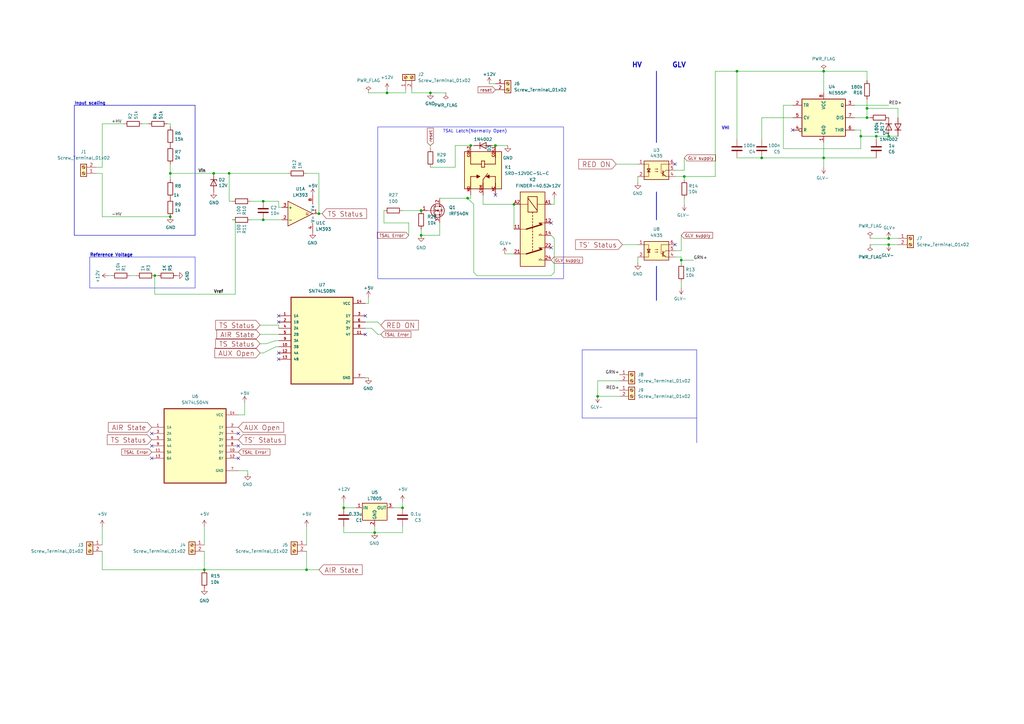
<source format=kicad_sch>
(kicad_sch (version 20230121) (generator eeschema)
  (paper "A3")
  (title_block (title "TSAL V4") (rev "3.1") (company "Phoenix Racing") (comment 1 "Shrey Shalan"))
  (lib_symbols
    (symbol "Comparator:LM393" (pin_names (offset 0.127))
      (property "Reference" "U" (at 3.81 3.81 0))
      (property "Value" "LM393" (at 6.35 -3.81 0))
      (symbol "LM393_1_1"
        (pin open_collector line (at 7.62 0 180) (length 2.54) (name "~") (number "1"))
        (pin input line (at -7.62 -2.54 0) (length 2.54) (name "-") (number "2"))
        (pin input line (at -7.62 2.54 0) (length 2.54) (name "+") (number "3"))
      )
      (symbol "LM393_2_1"
        (pin input line (at -7.62 2.54 0) (length 2.54) (name "+") (number "5"))
        (pin input line (at -7.62 -2.54 0) (length 2.54) (name "-") (number "6"))
        (pin open_collector line (at 7.62 0 180) (length 2.54) (name "~") (number "7"))
      )
      (symbol "LM393_3_1"
        (pin power_in line (at -2.54 -7.62 90) (length 3.81) (name "V-") (number "4"))
        (pin power_in line (at -2.54 7.62 270) (length 3.81) (name "V+") (number "8"))
      )
    )
    (symbol "Connector:Screw_Terminal_01x02" (pin_names (offset 1.016) hide)
      (property "Reference" "J" (at 0 2.54 0))
      (property "Value" "Screw_Terminal_01x02" (at 0 -5.08 0))
      (symbol "Screw_Terminal_01x02_1_1"
        (pin passive line (at -5.08 0 0) (length 3.81) (name "Pin_1") (number "1"))
        (pin passive line (at -5.08 -2.54 0) (length 3.81) (name "Pin_2") (number "2"))
      )
    )
    (symbol "Device:C" (pin_numbers hide) (pin_names (offset 0.254))
      (property "Reference" "C" (at 0.635 2.54 0))
      (property "Value" "C" (at 0.635 -2.54 0))
      (symbol "C_1_1"
        (pin passive line (at 0 3.81 270) (length 2.794) (name "~") (number "1"))
        (pin passive line (at 0 -3.81 90) (length 2.794) (name "~") (number "2"))
      )
    )
    (symbol "Device:D_Zener" (pin_numbers hide) (pin_names (offset 1.016) hide)
      (property "Reference" "D" (at 0 2.54 0))
      (property "Value" "D_Zener" (at 0 -2.54 0))
      (symbol "D_Zener_1_1"
        (pin passive line (at -3.81 0 0) (length 2.54) (name "K") (number "1"))
        (pin passive line (at 3.81 0 180) (length 2.54) (name "A") (number "2"))
      )
    )
    (symbol "Device:R" (pin_numbers hide) (pin_names (offset 0))
      (property "Reference" "R" (at 2.032 0 90))
      (property "Value" "R" (at 0 0 90))
      (symbol "R_1_1"
        (pin passive line (at 0 3.81 270) (length 1.27) (name "~") (number "1"))
        (pin passive line (at 0 -3.81 90) (length 1.27) (name "~") (number "2"))
      )
    )
    (symbol "Diode:1N4002" (pin_numbers hide) (pin_names hide)
      (property "Reference" "D" (at 0 2.54 0))
      (property "Value" "1N4002" (at 0 -2.54 0))
      (symbol "1N4002_1_1"
        (pin passive line (at -3.81 0 0) (length 2.54) (name "K") (number "1"))
        (pin passive line (at 3.81 0 180) (length 2.54) (name "A") (number "2"))
      )
    )
    (symbol "Isolator:4N35" (pin_names (offset 1.016))
      (property "Reference" "U" (at -5.08 5.08 0))
      (property "Value" "4N35" (at 0 5.08 0))
      (symbol "4N35_1_1"
        (pin passive line (at -7.62 2.54 0) (length 2.54) (name "~") (number "1"))
        (pin passive line (at -7.62 -2.54 0) (length 2.54) (name "~") (number "2"))
        (pin no_connect line (at -5.08 0 0) (length 2.54) hide (name "NC") (number "3"))
        (pin passive line (at 7.62 -2.54 180) (length 2.54) (name "~") (number "4"))
        (pin passive line (at 7.62 0 180) (length 2.54) (name "~") (number "5"))
        (pin passive line (at 7.62 2.54 180) (length 2.54) (name "~") (number "6"))
      )
    )
    (symbol "Regulator_Linear:L7805" (pin_names (offset 0.254))
      (property "Reference" "U" (at -3.81 3.175 0))
      (property "Value" "L7805" (at 0 3.175 0))
      (symbol "L7805_1_1"
        (pin power_in line (at -7.62 0 0) (length 2.54) (name "IN") (number "1"))
        (pin power_in line (at 0 -7.62 90) (length 2.54) (name "GND") (number "2"))
        (pin power_out line (at 7.62 0 180) (length 2.54) (name "OUT") (number "3"))
      )
    )
    (symbol "Relay:FINDER-40.52"
      (property "Reference" "K" (at 16.51 3.81 0))
      (property "Value" "FINDER-40.52" (at 16.51 1.27 0))
      (symbol "FINDER-40.52_1_1"
        (pin passive line (at 0 -7.62 90) (length 2.54) (name "~") (number "11"))
        (pin passive line (at -2.54 7.62 270) (length 2.54) (name "~") (number "12"))
        (pin passive line (at 2.54 7.62 270) (length 2.54) (name "~") (number "14"))
        (pin passive line (at 10.16 -7.62 90) (length 2.54) (name "~") (number "21"))
        (pin passive line (at 7.62 7.62 270) (length 2.54) (name "~") (number "22"))
        (pin passive line (at 12.7 7.62 270) (length 2.54) (name "~") (number "24"))
        (pin passive line (at -10.16 7.62 270) (length 2.54) (name "~") (number "A1"))
        (pin passive line (at -10.16 -7.62 90) (length 2.54) (name "~") (number "A2"))
      )
    )
    (symbol "SN74LS04N:SN74LS04N" (pin_names (offset 1.016))
      (property "Reference" "U" (at -12.7 16.24 0))
      (property "Value" "SN74LS04N" (at -12.7 -19.24 0))
      (symbol "SN74LS04N_0_0"
        (pin input line (at -17.78 7.62 0) (length 5.08) (name "1A") (number "1"))
        (pin output line (at 17.78 -2.54 180) (length 5.08) (name "5Y") (number "10"))
        (pin input line (at -17.78 -2.54 0) (length 5.08) (name "5A") (number "11"))
        (pin output line (at 17.78 -5.08 180) (length 5.08) (name "6Y") (number "12"))
        (pin input line (at -17.78 -5.08 0) (length 5.08) (name "6A") (number "13"))
        (pin power_in line (at 17.78 12.7 180) (length 5.08) (name "VCC") (number "14"))
        (pin output line (at 17.78 7.62 180) (length 5.08) (name "1Y") (number "2"))
        (pin input line (at -17.78 5.08 0) (length 5.08) (name "2A") (number "3"))
        (pin output line (at 17.78 5.08 180) (length 5.08) (name "2Y") (number "4"))
        (pin input line (at -17.78 2.54 0) (length 5.08) (name "3A") (number "5"))
        (pin output line (at 17.78 2.54 180) (length 5.08) (name "3Y") (number "6"))
        (pin power_in line (at 17.78 -10.16 180) (length 5.08) (name "GND") (number "7"))
        (pin output line (at 17.78 0 180) (length 5.08) (name "4Y") (number "8"))
        (pin input line (at -17.78 0 0) (length 5.08) (name "4A") (number "9"))
      )
    )
    (symbol "SN74LS08:SN74LS08N" (pin_names (offset 1.016))
      (property "Reference" "U" (at -12.7 18.78 0))
      (property "Value" "SN74LS08N" (at -12.7 -21.78 0))
      (symbol "SN74LS08N_0_0"
        (pin input line (at -17.78 10.16 0) (length 5.08) (name "1A") (number "1"))
        (pin input line (at -17.78 -2.54 0) (length 5.08) (name "3B") (number "10"))
        (pin output line (at 17.78 2.54 180) (length 5.08) (name "4Y") (number "11"))
        (pin input line (at -17.78 -5.08 0) (length 5.08) (name "4A") (number "12"))
        (pin input line (at -17.78 -7.62 0) (length 5.08) (name "4B") (number "13"))
        (pin power_in line (at 17.78 15.24 180) (length 5.08) (name "VCC") (number "14"))
        (pin input line (at -17.78 7.62 0) (length 5.08) (name "1B") (number "2"))
        (pin output line (at 17.78 10.16 180) (length 5.08) (name "1Y") (number "3"))
        (pin input line (at -17.78 5.08 0) (length 5.08) (name "2A") (number "4"))
        (pin input line (at -17.78 2.54 0) (length 5.08) (name "2B") (number "5"))
        (pin output line (at 17.78 7.62 180) (length 5.08) (name "2Y") (number "6"))
        (pin power_in line (at 17.78 -15.24 180) (length 5.08) (name "GND") (number "7"))
        (pin output line (at 17.78 5.08 180) (length 5.08) (name "3Y") (number "8"))
        (pin input line (at -17.78 0 0) (length 5.08) (name "3A") (number "9"))
      )
    )
    (symbol "SRD-12VDC-SL-C:SRD-12VDC-SL-C" (pin_names (offset 1.016))
      (property "Reference" "K" (at -7.62 8.89 0))
      (property "Value" "SRD-12VDC-SL-C" (at -7.62 -10.16 0))
      (symbol "SRD-12VDC-SL-C_0_0"
        (pin passive line (at -10.16 5.08 0) (length 5.08) (name "~") (number "COIL1"))
        (pin passive line (at -10.16 -5.08 0) (length 5.08) (name "~") (number "COIL2"))
        (pin passive line (at 10.16 0 180) (length 5.08) (name "~") (number "COM"))
        (pin passive line (at 10.16 5.08 180) (length 5.08) (name "~") (number "NC"))
        (pin passive line (at 10.16 -5.08 180) (length 5.08) (name "~") (number "NO"))
      )
    )
    (symbol "Timer:NE555P"
      (property "Reference" "U" (at -10.16 8.89 0))
      (property "Value" "NE555P" (at 2.54 8.89 0))
      (symbol "NE555P_0_0"
        (pin power_in line (at 0 -10.16 90) (length 2.54) (name "GND") (number "1"))
        (pin power_in line (at 0 10.16 270) (length 2.54) (name "VCC") (number "8"))
      )
      (symbol "NE555P_1_1"
        (pin input line (at -12.7 5.08 0) (length 3.81) (name "TR") (number "2"))
        (pin output line (at 12.7 5.08 180) (length 3.81) (name "Q") (number "3"))
        (pin input inverted (at -12.7 -5.08 0) (length 3.81) (name "R") (number "4"))
        (pin input line (at -12.7 0 0) (length 3.81) (name "CV") (number "5"))
        (pin input line (at 12.7 -5.08 180) (length 3.81) (name "THR") (number "6"))
        (pin input line (at 12.7 0 180) (length 3.81) (name "DIS") (number "7"))
      )
    )
    (symbol "Transistor_FET:IRF540N" (pin_names hide)
      (property "Reference" "Q" (at 6.35 1.905 0))
      (property "Value" "IRF540N" (at 6.35 0 0))
      (symbol "IRF540N_1_1"
        (pin input line (at -5.08 0 0) (length 2.54) (name "G") (number "1"))
        (pin passive line (at 2.54 5.08 270) (length 2.54) (name "D") (number "2"))
        (pin passive line (at 2.54 -5.08 90) (length 2.54) (name "S") (number "3"))
      )
    )
    (symbol "power-symbol-library:GLV+" (power) (pin_names (offset 0))
      (property "Value" "GLV+" (at 0 3.81 0))
      (symbol "GLV+_1_1"
        (pin power_in line (at 0 0 90) (length 0) hide (name "GLV+") (number "1"))
      )
    )
    (symbol "power-symbol-library:GLV-" (power) (pin_names (offset 0))
      (property "Value" "GLV-" (at 0 3.81 0))
      (symbol "GLV-_1_1"
        (pin power_in line (at 0 0 90) (length 0) hide (name "GLV-") (number "1"))
      )
    )
    (symbol "power:+12V" (power) (pin_names (offset 0))
      (property "Value" "+12V" (at 0 3.556 0))
      (symbol "+12V_1_1"
        (pin power_in line (at 0 0 90) (length 0) hide (name "+12V") (number "1"))
      )
    )
    (symbol "power:+5V" (power) (pin_names (offset 0))
      (property "Value" "+5V" (at 0 3.556 0))
      (symbol "+5V_1_1"
        (pin power_in line (at 0 0 90) (length 0) hide (name "+5V") (number "1"))
      )
    )
    (symbol "power:GND" (power) (pin_names (offset 0))
      (property "Value" "GND" (at 0 -3.81 0))
      (symbol "GND_1_1"
        (pin power_in line (at 0 0 270) (length 0) hide (name "GND") (number "1"))
      )
    )
    (symbol "power:PWR_FLAG" (power) (pin_numbers hide) (pin_names (offset 0) hide)
      (property "Value" "PWR_FLAG" (at 0 3.81 0))
      (symbol "PWR_FLAG_0_0"
        (pin power_out line (at 0 0 90) (length 0) (name "pwr") (number "1"))
      )
    )
  )
  (junction (at 172.72 96.52))
  (junction (at 87.63 71.12))
  (junction (at 364.49 97.79))
  (junction (at 337.82 64.77))
  (junction (at 107.95 90.17))
  (junction (at 279.4 106.68))
  (junction (at 165.1 208.28))
  (junction (at 63.5 113.03))
  (junction (at 140.97 208.28))
  (junction (at 280.67 72.39))
  (junction (at 125.73 233.68))
  (junction (at 69.85 88.9))
  (junction (at 364.49 55.88))
  (junction (at 302.26 29.21))
  (junction (at 193.04 59.69))
  (junction (at 158.75 38.1))
  (junction (at 130.81 87.63))
  (junction (at 172.72 86.36))
  (junction (at 93.98 71.12))
  (junction (at 245.11 162.56))
  (junction (at 359.41 55.88))
  (junction (at 191.77 81.28))
  (junction (at 203.2 59.69))
  (junction (at 176.53 38.1))
  (junction (at 355.6 44.45))
  (junction (at 337.82 29.21))
  (junction (at 153.67 218.44))
  (junction (at 69.85 71.12))
  (junction (at 107.95 82.55))
  (junction (at 355.6 48.26))
  (junction (at 353.06 55.88))
  (junction (at 312.42 64.77))
  (junction (at 364.49 100.33))
  (junction (at 210.82 83.82))
  (junction (at 83.82 233.68))
  (no_connect (at 97.79 187.96))
  (no_connect (at 149.86 129.54))
  (no_connect (at 114.3 132.08))
  (no_connect (at 325.12 53.34))
  (no_connect (at 62.23 182.88))
  (no_connect (at 226.06 101.6))
  (no_connect (at 114.3 129.54))
  (no_connect (at 226.06 91.44))
  (no_connect (at 62.23 177.8))
  (no_connect (at 97.79 177.8))
  (no_connect (at 276.86 67.31))
  (no_connect (at 276.86 100.33))
  (no_connect (at 114.3 147.32))
  (no_connect (at 114.3 144.78))
  (no_connect (at 149.86 137.16))
  (no_connect (at 203.2 80.01))
  (no_connect (at 97.79 182.88))
  (no_connect (at 62.23 187.96))
  (wire (pts (xy 280.67 72.39) (xy 276.86 72.39)))
  (wire (pts (xy 114.3 133.35) (xy 114.3 134.62)))
  (wire (pts (xy 325.12 43.18) (xy 321.31 43.18)))
  (wire (pts (xy 158.75 36.83) (xy 158.75 38.1)))
  (wire (pts (xy 353.06 55.88) (xy 359.41 55.88)))
  (wire (pts (xy 172.72 93.98) (xy 172.72 96.52)))
  (wire (pts (xy 325.12 48.26) (xy 312.42 48.26)))
  (wire (pts (xy 227.33 83.82) (xy 226.06 83.82)))
  (wire (pts (xy 97.79 170.18) (xy 100.33 170.18)))
  (wire (pts (xy 172.72 96.52) (xy 180.34 96.52)))
  (wire (pts (xy 140.97 218.44) (xy 153.67 218.44)))
  (wire (pts (xy 93.98 71.12) (xy 118.11 71.12)))
  (wire (pts (xy 279.4 105.41) (xy 279.4 106.68)))
  (wire (pts (xy 154.94 137.16) (xy 156.21 137.16)))
  (wire (pts (xy 63.5 120.65) (xy 96.52 120.65)))
  (wire (pts (xy 130.81 87.63) (xy 132.08 87.63)))
  (wire (pts (xy 41.91 71.12) (xy 41.91 88.9)))
  (wire (pts (xy 194.31 111.76) (xy 194.31 83.82)))
  (wire (pts (xy 83.82 223.52) (xy 83.82 215.9)))
  (wire (pts (xy 353.06 55.88) (xy 353.06 53.34)))
  (wire (pts (xy 53.34 113.03) (xy 55.88 113.03)))
  (wire (pts (xy 355.6 29.21) (xy 355.6 33.02)))
  (wire (pts (xy 149.86 134.62) (xy 152.4 134.62)))
  (wire (pts (xy 279.4 118.11) (xy 279.4 115.57)))
  (wire (pts (xy 95.25 90.17) (xy 96.52 90.17)))
  (wire (pts (xy 186.69 59.69) (xy 186.69 68.58)))
  (wire (pts (xy 102.87 90.17) (xy 107.95 90.17)))
  (wire (pts (xy 165.1 215.9) (xy 165.1 218.44)))
  (wire (pts (xy 261.62 105.41) (xy 261.62 107.95)))
  (wire (pts (xy 321.31 43.18) (xy 321.31 60.96)))
  (wire (pts (xy 69.85 67.31) (xy 69.85 71.12)))
  (wire (pts (xy 107.95 82.55) (xy 102.87 82.55)))
  (wire (pts (xy 280.67 64.77) (xy 280.67 69.85)))
  (wire (pts (xy 293.37 29.21) (xy 293.37 72.39)))
  (wire (pts (xy 168.91 38.1) (xy 176.53 38.1)))
  (wire (pts (xy 176.53 59.69) (xy 176.53 60.96)))
  (wire (pts (xy 279.4 106.68) (xy 284.48 106.68)))
  (wire (pts (xy 198.12 83.82) (xy 210.82 83.82)))
  (wire (pts (xy 194.31 83.82) (xy 191.77 81.28)))
  (polyline (pts (xy 36.83 105.41) (xy 36.83 118.11)))
  (wire (pts (xy 280.67 72.39) (xy 280.67 73.66)))
  (wire (pts (xy 280.67 72.39) (xy 293.37 72.39)))
  (wire (pts (xy 186.69 59.69) (xy 193.04 59.69)))
  (wire (pts (xy 63.5 113.03) (xy 63.5 120.65)))
  (wire (pts (xy 157.48 86.36) (xy 157.48 91.44)))
  (polyline (pts (xy 80.01 118.11) (xy 80.01 105.41)))
  (wire (pts (xy 276.86 69.85) (xy 280.67 69.85)))
  (wire (pts (xy 355.6 44.45) (xy 355.6 48.26)))
  (polyline (pts (xy 238.76 171.45) (xy 238.76 143.51)))
  (wire (pts (xy 68.58 50.8) (xy 69.85 50.8)))
  (wire (pts (xy 203.2 59.69) (xy 208.28 59.69)))
  (wire (pts (xy 279.4 96.52) (xy 279.4 102.87)))
  (wire (pts (xy 165.1 205.74) (xy 165.1 208.28)))
  (wire (pts (xy 153.67 218.44) (xy 165.1 218.44)))
  (wire (pts (xy 364.49 97.79) (xy 368.3 97.79)))
  (wire (pts (xy 83.82 233.68) (xy 125.73 233.68)))
  (polyline (pts (xy 36.83 118.11) (xy 80.01 118.11)))
  (wire (pts (xy 153.67 215.9) (xy 153.67 218.44)))
  (wire (pts (xy 321.31 60.96) (xy 353.06 60.96)))
  (wire (pts (xy 106.68 137.16) (xy 114.3 137.16)))
  (wire (pts (xy 368.3 44.45) (xy 368.3 48.26)))
  (wire (pts (xy 39.37 71.12) (xy 41.91 71.12)))
  (wire (pts (xy 359.41 64.77) (xy 337.82 64.77)))
  (wire (pts (xy 180.34 91.44) (xy 180.34 96.52)))
  (wire (pts (xy 106.68 140.97) (xy 109.22 140.97)))
  (polyline (pts (xy 285.75 143.51) (xy 285.75 181.61)))
  (wire (pts (xy 140.97 208.28) (xy 146.05 208.28)))
  (wire (pts (xy 245.11 156.21) (xy 254 156.21)))
  (wire (pts (xy 58.42 50.8) (xy 60.96 50.8)))
  (polyline (pts (xy 269.24 29.21) (xy 269.24 58.42)) (stroke (width 0.3048)))
  (wire (pts (xy 193.04 59.69) (xy 194.31 59.69)))
  (wire (pts (xy 168.91 36.83) (xy 168.91 38.1)))
  (polyline (pts (xy 285.75 143.51) (xy 238.76 143.51)))
  (wire (pts (xy 101.6 193.04) (xy 101.6 194.31)))
  (wire (pts (xy 149.86 154.94) (xy 151.13 154.94)))
  (wire (pts (xy 176.53 68.58) (xy 186.69 68.58)))
  (wire (pts (xy 87.63 71.12) (xy 93.98 71.12)))
  (wire (pts (xy 158.75 38.1) (xy 166.37 38.1)))
  (wire (pts (xy 83.82 226.06) (xy 83.82 233.68)))
  (wire (pts (xy 161.29 208.28) (xy 165.1 208.28)))
  (wire (pts (xy 166.37 36.83) (xy 166.37 38.1)))
  (wire (pts (xy 355.6 40.64) (xy 355.6 44.45)))
  (wire (pts (xy 39.37 68.58) (xy 41.91 68.58)))
  (wire (pts (xy 353.06 60.96) (xy 353.06 55.88)))
  (polyline (pts (xy 80.01 96.52) (xy 30.48 96.52)) (stroke (width 0.2032)))
  (polyline (pts (xy 30.48 96.52) (xy 30.48 43.18)) (stroke (width 0.2032)))
  (polyline (pts (xy 269.24 78.74) (xy 269.24 90.17)) (stroke (width 0.3048)))
  (wire (pts (xy 261.62 72.39) (xy 261.62 74.93)))
  (wire (pts (xy 41.91 50.8) (xy 50.8 50.8)))
  (wire (pts (xy 176.53 38.1) (xy 182.88 38.1)))
  (wire (pts (xy 359.41 55.88) (xy 359.41 57.15)))
  (wire (pts (xy 276.86 105.41) (xy 279.4 105.41)))
  (wire (pts (xy 151.13 38.1) (xy 158.75 38.1)))
  (wire (pts (xy 350.52 43.18) (xy 364.49 43.18)))
  (wire (pts (xy 356.87 100.33) (xy 364.49 100.33)))
  (wire (pts (xy 152.4 134.62) (xy 154.94 137.16)))
  (wire (pts (xy 227.33 97.79) (xy 227.33 111.76)))
  (wire (pts (xy 41.91 226.06) (xy 41.91 233.68)))
  (wire (pts (xy 312.42 64.77) (xy 337.82 64.77)))
  (wire (pts (xy 356.87 97.79) (xy 364.49 97.79)))
  (polyline (pts (xy 30.48 43.18) (xy 80.01 43.18)) (stroke (width 0.2032)))
  (wire (pts (xy 125.73 226.06) (xy 125.73 233.68)))
  (wire (pts (xy 69.85 71.12) (xy 87.63 71.12)))
  (wire (pts (xy 93.98 82.55) (xy 95.25 82.55)))
  (wire (pts (xy 154.94 132.08) (xy 156.21 133.35)))
  (wire (pts (xy 337.82 29.21) (xy 355.6 29.21)))
  (wire (pts (xy 69.85 71.12) (xy 69.85 73.66)))
  (wire (pts (xy 255.27 100.33) (xy 261.62 100.33)))
  (wire (pts (xy 180.34 81.28) (xy 191.77 81.28)))
  (wire (pts (xy 93.98 71.12) (xy 93.98 82.55)))
  (wire (pts (xy 227.33 81.28) (xy 227.33 83.82)))
  (wire (pts (xy 191.77 81.28) (xy 193.04 81.28)))
  (wire (pts (xy 149.86 132.08) (xy 154.94 132.08)))
  (wire (pts (xy 302.26 57.15) (xy 302.26 29.21)))
  (wire (pts (xy 96.52 90.17) (xy 96.52 120.65)))
  (wire (pts (xy 114.3 82.55) (xy 107.95 82.55)))
  (wire (pts (xy 337.82 64.77) (xy 337.82 68.58)))
  (wire (pts (xy 64.77 113.03) (xy 63.5 113.03)))
  (wire (pts (xy 140.97 215.9) (xy 140.97 218.44)))
  (wire (pts (xy 41.91 223.52) (xy 41.91 215.9)))
  (wire (pts (xy 245.11 162.56) (xy 254 162.56)))
  (wire (pts (xy 355.6 48.26) (xy 356.87 48.26)))
  (wire (pts (xy 252.73 67.31) (xy 261.62 67.31)))
  (wire (pts (xy 41.91 233.68) (xy 83.82 233.68)))
  (wire (pts (xy 114.3 139.7) (xy 113.03 139.7)))
  (polyline (pts (xy 269.24 109.22) (xy 269.24 123.19)) (stroke (width 0.3048)))
  (wire (pts (xy 293.37 29.21) (xy 302.26 29.21)))
  (wire (pts (xy 355.6 44.45) (xy 368.3 44.45)))
  (wire (pts (xy 280.67 83.82) (xy 280.67 81.28)))
  (wire (pts (xy 245.11 156.21) (xy 245.11 162.56)))
  (wire (pts (xy 113.03 142.24) (xy 107.95 144.78)))
  (wire (pts (xy 114.3 142.24) (xy 113.03 142.24)))
  (polyline (pts (xy 80.01 43.18) (xy 80.01 96.52)) (stroke (width 0.2032)))
  (wire (pts (xy 45.72 113.03) (xy 44.45 113.03)))
  (wire (pts (xy 140.97 205.74) (xy 140.97 208.28)))
  (wire (pts (xy 115.57 85.09) (xy 114.3 85.09)))
  (wire (pts (xy 302.26 29.21) (xy 337.82 29.21)))
  (wire (pts (xy 125.73 233.68) (xy 130.81 233.68)))
  (wire (pts (xy 207.01 104.14) (xy 210.82 104.14)))
  (wire (pts (xy 106.68 133.35) (xy 114.3 133.35)))
  (wire (pts (xy 41.91 88.9) (xy 69.85 88.9)))
  (wire (pts (xy 151.13 121.92) (xy 151.13 124.46)))
  (wire (pts (xy 149.86 124.46) (xy 151.13 124.46)))
  (wire (pts (xy 195.58 113.03) (xy 194.31 111.76)))
  (wire (pts (xy 226.06 96.52) (xy 227.33 97.79)))
  (wire (pts (xy 130.81 87.63) (xy 130.81 71.12)))
  (wire (pts (xy 113.03 139.7) (xy 109.22 140.97)))
  (wire (pts (xy 106.68 144.78) (xy 107.95 144.78)))
  (wire (pts (xy 200.66 34.29) (xy 203.2 34.29)))
  (wire (pts (xy 337.82 64.77) (xy 337.82 58.42)))
  (polyline (pts (xy 80.01 105.41) (xy 36.83 105.41)))
  (wire (pts (xy 276.86 102.87) (xy 279.4 102.87)))
  (wire (pts (xy 210.82 83.82) (xy 210.82 93.98)))
  (wire (pts (xy 312.42 48.26) (xy 312.42 57.15)))
  (wire (pts (xy 125.73 71.12) (xy 130.81 71.12)))
  (wire (pts (xy 198.12 80.01) (xy 198.12 83.82)))
  (wire (pts (xy 69.85 50.8) (xy 69.85 52.07)))
  (wire (pts (xy 302.26 64.77) (xy 312.42 64.77)))
  (wire (pts (xy 226.06 113.03) (xy 195.58 113.03)))
  (wire (pts (xy 167.64 91.44) (xy 167.64 96.52)))
  (wire (pts (xy 350.52 48.26) (xy 355.6 48.26)))
  (wire (pts (xy 114.3 85.09) (xy 114.3 82.55)))
  (wire (pts (xy 353.06 53.34) (xy 350.52 53.34)))
  (wire (pts (xy 97.79 193.04) (xy 101.6 193.04)))
  (wire (pts (xy 193.04 80.01) (xy 193.04 81.28)))
  (wire (pts (xy 157.48 91.44) (xy 167.64 91.44)))
  (wire (pts (xy 125.73 223.52) (xy 125.73 215.9)))
  (wire (pts (xy 41.91 68.58) (xy 41.91 50.8)))
  (wire (pts (xy 100.33 170.18) (xy 100.33 165.1)))
  (wire (pts (xy 337.82 29.21) (xy 337.82 38.1)))
  (wire (pts (xy 279.4 106.68) (xy 279.4 107.95)))
  (polyline (pts (xy 285.75 171.45) (xy 238.76 171.45)))
  (wire (pts (xy 364.49 55.88) (xy 368.3 55.88)))
  (wire (pts (xy 165.1 86.36) (xy 172.72 86.36)))
  (wire (pts (xy 107.95 90.17) (xy 115.57 90.17)))
  (wire (pts (xy 364.49 100.33) (xy 368.3 100.33)))
  (wire (pts (xy 227.33 111.76) (xy 226.06 113.03)))
  (wire (pts (xy 359.41 55.88) (xy 364.49 55.88)))
  (wire (pts (xy 201.93 59.69) (xy 203.2 59.69)))
  (rectangle (start 154.94 52.07) (end 231.14 114.3))
  (arc (start 151.13 161.29) (mid 151.13 161.29) (end 151.13 161.29))
  (arc (start 153.67 220.98) (mid 153.67 220.98) (end 153.67 220.98))
  (text "Reference Voltage" (at 36.83 105.41 0) (effects (font (size 1.27 1.27) (thickness 0.254) bold) (justify left bottom)))
  (text "Input scaling" (at 30.48 43.18 0) (effects (font (size 1.27 1.27) (thickness 0.254) bold) (justify left bottom)))
  (text "HV" (at 259.08 27.94 0) (effects (font (size 2.0066 2.0066) (thickness 0.4013) bold) (justify left bottom)))
  (text "VHI" (at 295.91 53.34 0) (effects (font (size 1.27 1.27) (thickness 0.254) bold) (justify left bottom)))
  (text "TSAL Latch(Normally Open)" (at 181.61 54.61 0) (effects (font (size 1.27 1.27)) (justify left bottom)))
  (text "GLV" (at 275.59 27.94 0) (effects (font (size 2.0066 2.0066) (thickness 0.4013) bold) (justify left bottom)))
  (label "-HV" (at 45.72 88.9 0))
  (label "Vref" (at 87.63 120.65 0) (effects (font (thickness 0.254) bold)))
  (label "GRN+" (at 254 153.67 180))
  (label "Vin" (at 81.28 71.12 0) (effects (font (thickness 0.254) bold)))
  (label "GRN+" (at 284.48 106.68 0))
  (label "+HV" (at 45.72 50.8 0))
  (label "RED+" (at 364.49 43.18 0))
  (label "RED+" (at 254 160.02 180))
  (global_label "TS' Status" (shape input) (at 255.27 100.33 180) (effects (font (size 2.0066 2.0066))) (property "Intersheetrefs" "${INTERSHEET_REFS}" (effects hide)))
  (global_label "TS' Status" (shape input) (at 97.79 180.34 0) (effects (font (size 2.0066 2.0066))) (property "Intersheetrefs" "${INTERSHEET_REFS}" (effects hide)))
  (global_label "RED ON" (shape input) (at 252.73 67.31 180) (effects (font (size 2.0066 2.0066))) (property "Intersheetrefs" "${INTERSHEET_REFS}" (effects hide)))
  (global_label "TSAL Error" (shape input) (at 156.21 137.16 0) (property "Intersheetrefs" "${INTERSHEET_REFS}" (effects hide)))
  (global_label "AIR State" (shape input) (at 62.23 175.26 180) (effects (font (size 2.0066 2.0066))) (property "Intersheetrefs" "${INTERSHEET_REFS}" (effects hide)))
  (global_label "reset" (shape input) (at 176.53 59.69 90) (property "Intersheetrefs" "${INTERSHEET_REFS}" (effects hide)))
  (global_label "TSAL Error'" (shape input) (at 167.64 96.52 180) (property "Intersheetrefs" "${INTERSHEET_REFS}" (effects hide)))
  (global_label "GLV supply" (shape input) (at 226.06 106.68 0) (property "Intersheetrefs" "${INTERSHEET_REFS}" (effects hide)))
  (global_label "GLV supply" (shape input) (at 279.4 96.52 0) (property "Intersheetrefs" "${INTERSHEET_REFS}" (effects hide)))
  (global_label "TSAL Error" (shape input) (at 62.23 185.42 180) (property "Intersheetrefs" "${INTERSHEET_REFS}" (effects hide)))
  (global_label "RED ON" (shape input) (at 156.21 133.35 0) (effects (font (size 2.0066 2.0066))) (property "Intersheetrefs" "${INTERSHEET_REFS}" (effects hide)))
  (global_label "reset" (shape input) (at 203.2 36.83 180) (property "Intersheetrefs" "${INTERSHEET_REFS}" (effects hide)))
  (global_label "AUX Open" (shape input) (at 97.79 175.26 0) (effects (font (size 2.0066 2.0066))) (property "Intersheetrefs" "${INTERSHEET_REFS}" (effects hide)))
  (global_label "TS Status" (shape input) (at 62.23 180.34 180) (effects (font (size 2.0066 2.0066))) (property "Intersheetrefs" "${INTERSHEET_REFS}" (effects hide)))
  (global_label "TS Status" (shape input) (at 132.08 87.63 0) (effects (font (size 2.0066 2.0066))) (property "Intersheetrefs" "${INTERSHEET_REFS}" (effects hide)))
  (global_label "TS Status" (shape input) (at 106.68 140.97 180) (effects (font (size 2.0066 2.0066))) (property "Intersheetrefs" "${INTERSHEET_REFS}" (effects hide)))
  (global_label "AUX Open" (shape input) (at 106.68 144.78 180) (effects (font (size 2.0066 2.0066))) (property "Intersheetrefs" "${INTERSHEET_REFS}" (effects hide)))
  (global_label "TS Status" (shape input) (at 106.68 133.35 180) (effects (font (size 2.0066 2.0066))) (property "Intersheetrefs" "${INTERSHEET_REFS}" (effects hide)))
  (global_label "GLV supply" (shape input) (at 280.67 64.77 0) (property "Intersheetrefs" "${INTERSHEET_REFS}" (effects hide)))
  (global_label "AIR State" (shape input) (at 130.81 233.68 0) (effects (font (size 2.0066 2.0066))) (property "Intersheetrefs" "${INTERSHEET_REFS}" (effects hide)))
  (global_label "TSAL Error'" (shape input) (at 97.79 185.42 0) (property "Intersheetrefs" "${INTERSHEET_REFS}" (effects hide)))
  (global_label "AIR State" (shape input) (at 106.68 137.16 180) (effects (font (size 2.0066 2.0066))) (property "Intersheetrefs" "${INTERSHEET_REFS}" (effects hide)))
  (symbol (lib_id "Device:R") (at 69.85 63.5 0) (unit 1)
    (property "Reference" "R7" (at 71.628 62.3316 0) (effects (justify left)))
    (property "Value" "2k" (at 71.628 64.643 0) (effects (justify left)))
    (property "Footprint" "Resistor_THT:R_Axial_DIN0207_L6.3mm_D2.5mm_P10.16mm_Horizontal" (effects hide))
  )
  (symbol (lib_id "Device:R") (at 69.85 77.47 0) (unit 1)
    (property "Reference" "R8" (at 71.628 76.3016 0) (effects (justify left)))
    (property "Value" "1k" (at 71.12 80.01 0) (effects (justify left)))
    (property "Footprint" "Resistor_THT:R_Axial_DIN0207_L6.3mm_D2.5mm_P10.16mm_Horizontal" (effects hide))
  )
  (symbol (lib_id "Device:R") (at 99.06 90.17 270) (unit 1)
    (property "Reference" "R11" (at 100.2284 91.948 0) (effects (justify left)))
    (property "Value" "100" (at 97.917 91.948 0) (effects (justify left)))
    (property "Footprint" "Resistor_THT:R_Axial_DIN0207_L6.3mm_D2.5mm_P10.16mm_Horizontal" (effects hide))
  )
  (symbol (lib_id "Device:C") (at 107.95 86.36 0) (unit 1)
    (property "Reference" "C2" (at 110.871 85.1916 0) (effects (justify left)))
    (property "Value" "10n" (at 110.871 87.503 0) (effects (justify left)))
    (property "Footprint" "Capacitor_THT:C_Disc_D3.0mm_W1.6mm_P2.50mm" (effects hide))
  )
  (symbol (lib_id "Device:R") (at 99.06 82.55 270) (unit 1)
    (property "Reference" "R10" (at 100.2284 84.328 0) (effects (justify left)))
    (property "Value" "100" (at 97.917 84.328 0) (effects (justify left)))
    (property "Footprint" "Resistor_THT:R_Axial_DIN0207_L6.3mm_D2.5mm_P10.16mm_Horizontal" (effects hide))
  )
  (symbol (lib_id "Device:D_Zener") (at 87.63 74.93 270) (unit 1)
    (property "Reference" "D2" (at 89.6366 73.7616 90) (effects (justify left)))
    (property "Value" "12V" (at 89.6366 76.073 90) (effects (justify left)))
    (property "Footprint" "Diode_THT:D_DO-35_SOD27_P7.62mm_Horizontal" (effects hide))
  )
  (symbol (lib_id "power:GND") (at 87.63 78.74 0) (unit 1)
    (property "Reference" "#PWR09" (effects hide))
    (property "Value" "GND" (at 87.757 83.1342 0))
  )
  (symbol (lib_id "Device:R") (at 69.85 85.09 0) (unit 1)
    (property "Reference" "R9" (at 71.628 83.9216 0) (effects (justify left)))
    (property "Value" "1k" (at 71.628 86.233 0) (effects (justify left)))
    (property "Footprint" "Resistor_THT:R_Axial_DIN0207_L6.3mm_D2.5mm_P10.16mm_Horizontal" (effects hide))
  )
  (symbol (lib_id "power:GND") (at 69.85 88.9 0) (unit 1)
    (property "Reference" "#PWR05" (effects hide))
    (property "Value" "GND" (at 69.977 93.2942 0))
  )
  (symbol (lib_id "Device:R") (at 69.85 55.88 0) (unit 1)
    (property "Reference" "R6" (at 71.628 54.7116 0) (effects (justify left)))
    (property "Value" "15k" (at 71.628 57.023 0) (effects (justify left)))
    (property "Footprint" "Resistor_THT:R_Axial_DIN0207_L6.3mm_D2.5mm_P10.16mm_Horizontal" (effects hide))
  )
  (symbol (lib_id "power:+12V") (at 44.45 113.03 90) (mirror x) (unit 1)
    (property "Reference" "#PWR04" (effects hide))
    (property "Value" "+12V" (at 40.0558 113.411 0))
  )
  (symbol (lib_id "power:GND") (at 72.39 113.03 90) (mirror x) (unit 1)
    (property "Reference" "#PWR06" (effects hide))
    (property "Value" "GND" (at 76.7842 113.157 0))
  )
  (symbol (lib_id "Device:R") (at 49.53 113.03 270) (mirror x) (unit 1)
    (property "Reference" "R1" (at 50.6984 111.252 0) (effects (justify left)))
    (property "Value" "10k" (at 48.387 111.252 0) (effects (justify left)))
    (property "Footprint" "Resistor_THT:R_Axial_DIN0207_L6.3mm_D2.5mm_P10.16mm_Horizontal" (effects hide))
  )
  (symbol (lib_id "Device:R") (at 59.69 113.03 270) (mirror x) (unit 1)
    (property "Reference" "R3" (at 60.8584 111.252 0) (effects (justify left)))
    (property "Value" "1k" (at 58.547 111.252 0) (effects (justify left)))
    (property "Footprint" "Resistor_THT:R_Axial_DIN0207_L6.3mm_D2.5mm_P10.16mm_Horizontal" (effects hide))
  )
  (symbol (lib_id "Device:R") (at 121.92 71.12 90) (unit 1)
    (property "Reference" "R12" (at 120.7516 69.342 0) (effects (justify left)))
    (property "Value" "1M" (at 123.063 69.342 0) (effects (justify left)))
    (property "Footprint" "Resistor_THT:R_Axial_DIN0207_L6.3mm_D2.5mm_P10.16mm_Horizontal" (effects hide))
  )
  (symbol (lib_id "Device:R") (at 68.58 113.03 270) (mirror x) (unit 1)
    (property "Reference" "R5" (at 69.7484 111.252 0) (effects (justify left)))
    (property "Value" "1K" (at 67.437 111.252 0) (effects (justify left)))
    (property "Footprint" "Resistor_THT:R_Axial_DIN0207_L6.3mm_D2.5mm_P10.16mm_Horizontal" (effects hide))
  )
  (symbol (lib_id "power-symbol-library:GLV-") (at 280.67 83.82 180) (unit 1)
    (property "Reference" "#PWR015" (effects hide))
    (property "Value" "GLV-" (at 280.289 88.2142 0))
  )
  (symbol (lib_id "Device:R") (at 280.67 77.47 0) (unit 1)
    (property "Reference" "R14" (at 282.448 76.3016 0) (effects (justify left)))
    (property "Value" "10k" (at 282.448 78.613 0) (effects (justify left)))
    (property "Footprint" "Resistor_THT:R_Axial_DIN0207_L6.3mm_D2.5mm_P10.16mm_Horizontal" (effects hide))
  )
  (symbol (lib_id "Device:C") (at 312.42 60.96 180) (unit 1)
    (property "Reference" "C5" (at 320.04 62.23 0) (effects (justify left)))
    (property "Value" "100n" (at 320.04 59.69 0) (effects (justify left)))
    (property "Footprint" "Capacitor_THT:C_Disc_D3.0mm_W1.6mm_P2.50mm" (effects hide))
  )
  (symbol (lib_id "Device:R") (at 360.68 48.26 270) (unit 1)
    (property "Reference" "R17" (at 361.8484 50.038 0) (effects (justify left)))
    (property "Value" "180k" (at 359.537 50.038 0) (effects (justify left)))
    (property "Footprint" "Resistor_THT:R_Axial_DIN0207_L6.3mm_D2.5mm_P10.16mm_Horizontal" (effects hide))
  )
  (symbol (lib_id "Device:C") (at 302.26 60.96 180) (unit 1)
    (property "Reference" "C4" (at 309.88 62.23 0) (effects (justify left)))
    (property "Value" "100n" (at 309.88 59.69 0) (effects (justify left)))
    (property "Footprint" "Capacitor_THT:C_Disc_D3.0mm_W1.6mm_P2.50mm" (effects hide))
  )
  (symbol (lib_id "Device:C") (at 359.41 60.96 180) (unit 1)
    (property "Reference" "C6" (at 367.03 62.23 0) (effects (justify left)))
    (property "Value" "1u" (at 367.03 59.69 0) (effects (justify left)))
    (property "Footprint" "Capacitor_THT:C_Disc_D3.0mm_W1.6mm_P2.50mm" (effects hide))
  )
  (symbol (lib_id "Device:R") (at 355.6 36.83 180) (unit 1)
    (property "Reference" "R16" (at 353.822 37.9984 0) (effects (justify left)))
    (property "Value" "180k" (at 353.822 35.687 0) (effects (justify left)))
    (property "Footprint" "Resistor_THT:R_Axial_DIN0207_L6.3mm_D2.5mm_P10.16mm_Horizontal" (effects hide))
  )
  (symbol (lib_id "Device:R") (at 64.77 50.8 90) (unit 1)
    (property "Reference" "R4" (at 63.6016 49.022 0) (effects (justify left)))
    (property "Value" "51k" (at 65.913 49.022 0) (effects (justify left)))
    (property "Footprint" "Resistor_THT:R_Axial_DIN0207_L6.3mm_D2.5mm_P10.16mm_Horizontal" (effects hide))
  )
  (symbol (lib_id "Device:R") (at 54.61 50.8 90) (unit 1)
    (property "Reference" "R2" (at 53.4416 49.022 0) (effects (justify left)))
    (property "Value" "51k" (at 55.753 49.022 0) (effects (justify left)))
    (property "Footprint" "Resistor_THT:R_Axial_DIN0207_L6.3mm_D2.5mm_P10.16mm_Horizontal" (effects hide))
  )
  (symbol (lib_id "power-symbol-library:GLV-") (at 337.82 68.58 180) (unit 1)
    (property "Reference" "#PWR018" (effects hide))
    (property "Value" "GLV-" (at 337.439 72.9742 0))
  )
  (symbol (lib_id "Isolator:4N35") (at 269.24 69.85 0) (unit 1)
    (property "Reference" "U3" (at 269.24 61.595 0))
    (property "Value" "4N35" (at 269.24 63.9064 0))
    (property "Footprint" "Package_DIP:DIP-6_W7.62mm" (effects hide))
    (property "Datasheet" "https://www.vishay.com/docs/81181/4n35.pdf" (effects hide))
  )
  (symbol (lib_id "power:+5V") (at 125.73 215.9 0) (unit 1)
    (property "Reference" "#PWR025" (effects hide))
    (property "Value" "+5V" (at 125.73 210.82 0))
  )
  (symbol (lib_id "SN74LS04N:SN74LS04N") (at 80.01 182.88 0) (unit 1)
    (property "Reference" "U6" (at 80.01 162.56 0))
    (property "Value" "SN74LS04N" (at 80.01 165.1 0))
    (property "Footprint" "SN74HC00N:DIP794W45P254L1969H508Q14" (effects hide))
  )
  (symbol (lib_id "power:+5V") (at 41.91 215.9 0) (unit 1)
    (property "Reference" "#PWR023" (effects hide))
    (property "Value" "+5V" (at 41.91 210.82 0))
  )
  (symbol (lib_id "power:+5V") (at 165.1 205.74 0) (unit 1)
    (property "Reference" "#PWR017" (effects hide))
    (property "Value" "+5V" (at 165.1 200.66 0))
  )
  (symbol (lib_id "Timer:NE555P") (at 337.82 48.26 0) (unit 1)
    (property "Reference" "U4" (at 339.7759 35.56 0) (effects (justify left)))
    (property "Value" "NE555P" (at 339.7759 38.1 0) (effects (justify left)))
    (property "Footprint" "Package_DIP:DIP-8_W7.62mm" (effects hide))
    (property "Datasheet" "http://www.ti.com/lit/ds/symlink/ne555.pdf" (effects hide))
  )
  (symbol (lib_id "Connector:Screw_Terminal_01x02") (at 34.29 71.12 180) (unit 1)
    (property "Reference" "J1" (at 34.29 62.23 0))
    (property "Value" "Screw_Terminal_01x02" (at 34.29 64.77 0))
    (property "Footprint" "TerminalBlock_Phoenix:TerminalBlock_Phoenix_MKDS-1,5-2-5.08_1x02_P5.08mm_Horizontal" (effects hide))
  )
  (symbol (lib_id "power:GND") (at 208.28 59.69 0) (unit 1)
    (property "Reference" "#PWR038" (effects hide))
    (property "Value" "GND" (at 208.28 64.77 0))
  )
  (symbol (lib_id "power:+12V") (at 200.66 34.29 0) (unit 1)
    (property "Reference" "#PWR016" (effects hide))
    (property "Value" "+12V" (at 200.66 30.48 0))
  )
  (symbol (lib_id "power-symbol-library:GLV+") (at 207.01 104.14 0) (unit 1)
    (property "Reference" "#PWR08" (effects hide))
    (property "Value" "GLV+" (at 207.391 99.7458 0))
  )
  (symbol (lib_id "power:GND") (at 153.67 218.44 0) (mirror y) (unit 1)
    (property "Reference" "#PWR022" (effects hide))
    (property "Value" "GND" (at 153.543 222.8342 0))
  )
  (symbol (lib_id "power:+5V") (at 83.82 215.9 0) (unit 1)
    (property "Reference" "#PWR024" (effects hide))
    (property "Value" "+5V" (at 83.82 210.82 0))
  )
  (symbol (lib_id "power:GND") (at 151.13 154.94 0) (mirror y) (unit 1)
    (property "Reference" "#PWR032" (effects hide))
    (property "Value" "GND" (at 151.003 159.3342 0))
  )
  (symbol (lib_id "Connector:Screw_Terminal_01x02") (at 78.74 223.52 0) (mirror y) (unit 1)
    (property "Reference" "J4" (at 76.2 223.52 0) (effects (justify left)))
    (property "Value" "Screw_Terminal_01x02" (at 76.2 226.06 0) (effects (justify left)))
    (property "Footprint" "TerminalBlock_Phoenix:TerminalBlock_Phoenix_MKDS-1,5-2-5.08_1x02_P5.08mm_Horizontal" (effects hide))
  )
  (symbol (lib_id "Diode:1N4002") (at 364.49 52.07 270) (unit 1)
    (property "Reference" "D4" (at 361.95 54.61 90) (effects (justify left)))
    (property "Value" "1N4002" (at 360.68 57.15 90) (effects (justify left)))
    (property "Footprint" "Diode_THT:D_DO-41_SOD81_P10.16mm_Horizontal" (effects hide))
    (property "Datasheet" "http://www.vishay.com/docs/88503/1n4001.pdf" (effects hide))
    (property "Sim.Device" "D" (effects hide))
    (property "Sim.Pins" "1=K 2=A" (effects hide))
  )
  (symbol (lib_id "Comparator:LM393") (at 130.81 87.63 0) (unit 3)
    (property "Reference" "U1" (at 129.54 91.44 0) (effects (justify left)))
    (property "Value" "LM393" (at 129.54 93.98 0) (effects (justify left)))
    (property "Footprint" "Package_DIP:DIP-8_W7.62mm" (effects hide))
    (property "Datasheet" "http://www.ti.com/lit/ds/symlink/lm393.pdf" (effects hide))
  )
  (symbol (lib_id "Connector:Screw_Terminal_01x02") (at 120.65 223.52 0) (mirror y) (unit 1)
    (property "Reference" "J5" (at 118.11 223.52 0) (effects (justify left)))
    (property "Value" "Screw_Terminal_01x02" (at 118.11 226.06 0) (effects (justify left)))
    (property "Footprint" "TerminalBlock_Phoenix:TerminalBlock_Phoenix_MKDS-1,5-2-5.08_1x02_P5.08mm_Horizontal" (effects hide))
  )
  (symbol (lib_id "Device:C") (at 140.97 212.09 180) (unit 1)
    (property "Reference" "C1" (at 148.59 213.36 0) (effects (justify left)))
    (property "Value" "0.33u" (at 148.59 210.82 0) (effects (justify left)))
    (property "Footprint" "Capacitor_THT:C_Disc_D3.0mm_W1.6mm_P2.50mm" (effects hide))
  )
  (symbol (lib_id "SRD-12VDC-SL-C:SRD-12VDC-SL-C") (at 198.12 69.85 270) (unit 1)
    (property "Reference" "K1" (at 207.01 68.58 90) (effects (justify left)))
    (property "Value" "SRD-12VDC-SL-C" (at 207.01 71.12 90) (effects (justify left)))
    (property "Footprint" "SRD-12VDC-SL-C:RELAY_SRD-12VDC-SL-C" (effects hide))
    (property "PARTREV" "1.0" (effects hide))
    (property "STANDARD" "IPC 7351B" (effects hide))
    (property "MAXIMUM_PACKAGE_HEIGHT" "15.8 mm" (effects hide))
    (property "MANUFACTURER" "Songle Relay" (effects hide))
  )
  (symbol (lib_id "power:+5V") (at 151.13 121.92 0) (unit 1)
    (property "Reference" "#PWR031" (effects hide))
    (property "Value" "+5V" (at 151.13 118.11 0))
  )
  (symbol (lib_id "Transistor_FET:IRF540N") (at 177.8 86.36 0) (unit 1)
    (property "Reference" "Q1" (at 184.15 85.09 0) (effects (justify left)))
    (property "Value" "IRF540N" (at 184.15 87.63 0) (effects (justify left)))
    (property "Footprint" "Package_TO_SOT_THT:TO-220-3_Vertical" (effects hide))
    (property "Datasheet" "http://www.irf.com/product-info/datasheets/data/irf540n.pdf" (effects hide))
  )
  (symbol (lib_id "Connector:Screw_Terminal_01x02") (at 208.28 34.29 0) (unit 1)
    (property "Reference" "J6" (at 210.82 34.29 0) (effects (justify left)))
    (property "Value" "Screw_Terminal_01x02" (at 210.82 36.83 0) (effects (justify left)))
    (property "Footprint" "TerminalBlock_Phoenix:TerminalBlock_Phoenix_MKDS-1,5-2-5.08_1x02_P5.08mm_Horizontal" (effects hide))
  )
  (symbol (lib_id "Diode:1N4002") (at 368.3 52.07 90) (unit 1)
    (property "Reference" "D1" (effects hide))
    (property "Value" "1N4002" (effects hide))
    (property "Footprint" "Diode_THT:D_DO-41_SOD81_P10.16mm_Horizontal" (effects hide))
    (property "Datasheet" "http://www.vishay.com/docs/88503/1n4001.pdf" (effects hide))
    (property "Sim.Device" "D" (effects hide))
    (property "Sim.Pins" "1=K 2=A" (effects hide))
  )
  (symbol (lib_id "Connector:Screw_Terminal_01x02") (at 259.08 153.67 0) (unit 1)
    (property "Reference" "J8" (at 261.62 153.67 0) (effects (justify left)))
    (property "Value" "Screw_Terminal_01x02" (at 261.62 156.21 0) (effects (justify left)))
    (property "Footprint" "TerminalBlock_Phoenix:TerminalBlock_Phoenix_MKDS-1,5-2-5.08_1x02_P5.08mm_Horizontal" (effects hide))
  )
  (symbol (lib_id "Connector:Screw_Terminal_01x02") (at 373.38 97.79 0) (unit 1)
    (property "Reference" "J7" (at 375.92 97.79 0) (effects (justify left)))
    (property "Value" "Screw_Terminal_01x02" (at 375.92 100.33 0) (effects (justify left)))
    (property "Footprint" "TerminalBlock_Phoenix:TerminalBlock_Phoenix_MKDS-1,5-2-5.08_1x02_P5.08mm_Horizontal" (effects hide))
  )
  (symbol (lib_id "power:PWR_FLAG") (at 182.88 38.1 180) (unit 1)
    (property "Reference" "#FLG02" (effects hide))
    (property "Value" "PWR_FLAG" (at 182.88 43.18 0))
  )
  (symbol (lib_id "power:GND") (at 261.62 107.95 0) (mirror y) (unit 1)
    (property "Reference" "#PWR030" (effects hide))
    (property "Value" "GND" (at 261.493 112.3442 0))
  )
  (symbol (lib_id "Connector:Screw_Terminal_01x02") (at 259.08 160.02 0) (unit 1)
    (property "Reference" "J9" (at 261.62 160.02 0) (effects (justify left)))
    (property "Value" "Screw_Terminal_01x02" (at 261.62 162.56 0) (effects (justify left)))
    (property "Footprint" "TerminalBlock_Phoenix:TerminalBlock_Phoenix_MKDS-1,5-2-5.08_1x02_P5.08mm_Horizontal" (effects hide))
  )
  (symbol (lib_id "Diode:1N4002") (at 198.12 59.69 0) (unit 1)
    (property "Reference" "D3" (at 200.66 62.23 90) (effects (justify left)))
    (property "Value" "1N4002" (at 194.31 57.15 0) (effects (justify left)))
    (property "Footprint" "Diode_THT:D_DO-41_SOD81_P10.16mm_Horizontal" (effects hide))
    (property "Datasheet" "http://www.vishay.com/docs/88503/1n4001.pdf" (effects hide))
    (property "Sim.Device" "D" (effects hide))
    (property "Sim.Pins" "1=K 2=A" (effects hide))
  )
  (symbol (lib_id "power:PWR_FLAG") (at 337.82 29.21 0) (unit 1)
    (property "Reference" "#FLG05" (effects hide))
    (property "Value" "PWR_FLAG" (at 337.82 24.13 0))
  )
  (symbol (lib_id "Device:R") (at 161.29 86.36 90) (unit 1)
    (property "Reference" "R27" (at 161.29 80.01 90))
    (property "Value" "100" (at 161.29 82.55 90))
    (property "Footprint" "Resistor_THT:R_Axial_DIN0207_L6.3mm_D2.5mm_P10.16mm_Horizontal" (effects hide))
  )
  (symbol (lib_id "power:GND") (at 101.6 194.31 0) (mirror y) (unit 1)
    (property "Reference" "#PWR029" (effects hide))
    (property "Value" "GND" (at 101.473 198.7042 0))
  )
  (symbol (lib_id "power:+5V") (at 100.33 165.1 0) (unit 1)
    (property "Reference" "#PWR013" (effects hide))
    (property "Value" "+5V" (at 100.33 161.29 0))
  )
  (symbol (lib_id "Device:R") (at 172.72 90.17 0) (unit 1)
    (property "Reference" "R28" (at 175.26 88.9 0) (effects (justify left)))
    (property "Value" "10k" (at 175.26 91.44 0) (effects (justify left)))
    (property "Footprint" "Resistor_THT:R_Axial_DIN0207_L6.3mm_D2.5mm_P10.16mm_Horizontal" (effects hide))
  )
  (symbol (lib_id "Device:R") (at 83.82 237.49 0) (unit 1)
    (property "Reference" "R15" (at 86.36 236.22 0) (effects (justify left)))
    (property "Value" "10k" (at 86.36 238.76 0) (effects (justify left)))
    (property "Footprint" "Resistor_THT:R_Axial_DIN0207_L6.3mm_D2.5mm_P10.16mm_Horizontal" (effects hide))
  )
  (symbol (lib_id "power:+12V") (at 227.33 81.28 0) (unit 1)
    (property "Reference" "#PWR039" (effects hide))
    (property "Value" "+12V" (at 227.33 76.2 0))
  )
  (symbol (lib_id "Isolator:4N35") (at 269.24 102.87 0) (unit 1)
    (property "Reference" "U8" (at 269.24 93.98 0))
    (property "Value" "4N35" (at 269.24 96.52 0))
    (property "Footprint" "Package_DIP:DIP-6_W7.62mm" (effects hide))
    (property "Datasheet" "https://www.vishay.com/docs/81181/4n35.pdf" (effects hide))
  )
  (symbol (lib_id "power:PWR_FLAG") (at 356.87 100.33 180) (unit 1)
    (property "Reference" "#FLG04" (effects hide))
    (property "Value" "PWR_FLAG" (at 356.87 105.4095 0))
  )
  (symbol (lib_id "Regulator_Linear:L7805") (at 153.67 208.28 0) (unit 1)
    (property "Reference" "U5" (at 153.67 201.93 0))
    (property "Value" "L7805" (at 153.67 204.47 0))
    (property "Footprint" "Package_TO_SOT_THT:TO-220-3_Vertical" (effects hide))
    (property "Datasheet" "http://www.st.com/content/ccc/resource/technical/document/datasheet/41/4f/b3/b0/12/d4/47/88/CD00000444.pdf/files/CD00000444.pdf/jcr:content/translations/en.CD00000444.pdf" (effects hide))
  )
  (symbol (lib_id "SN74LS08:SN74LS08N") (at 132.08 139.7 0) (unit 1)
    (property "Reference" "U7" (at 132.08 116.84 0))
    (property "Value" "SN74LS08N" (at 132.08 119.38 0))
    (property "Footprint" "SN74HC00N:DIP794W45P254L1969H508Q14" (effects hide))
  )
  (symbol (lib_id "power-symbol-library:GLV-") (at 279.4 118.11 180) (unit 1)
    (property "Reference" "#PWR035" (effects hide))
    (property "Value" "GLV-" (at 279.019 122.5042 0))
  )
  (symbol (lib_id "Comparator:LM393") (at 123.19 87.63 0) (unit 1)
    (property "Reference" "U1" (at 123.19 77.47 0))
    (property "Value" "LM393" (at 123.19 80.01 0))
    (property "Footprint" "Package_DIP:DIP-8_W7.62mm" (effects hide))
    (property "Datasheet" "http://www.ti.com/lit/ds/symlink/lm393.pdf" (effects hide))
  )
  (symbol (lib_id "Relay:FINDER-40.52") (at 218.44 93.98 270) (unit 1)
    (property "Reference" "K2" (at 218.44 73.66 90))
    (property "Value" "FINDER-40.52" (at 218.44 76.2 90))
    (property "Footprint" "Relay_THT:Relay_DPDT_Finder_40.52" (effects hide))
    (property "Datasheet" "http://gfinder.findernet.com/assets/Series/353/S40EN.pdf" (effects hide))
  )
  (symbol (lib_id "Device:R") (at 279.4 111.76 0) (unit 1)
    (property "Reference" "R13" (at 281.178 110.5916 0) (effects (justify left)))
    (property "Value" "10k" (at 281.178 112.903 0) (effects (justify left)))
    (property "Footprint" "Resistor_THT:R_Axial_DIN0207_L6.3mm_D2.5mm_P10.16mm_Horizontal" (effects hide))
  )
  (symbol (lib_id "power:GND") (at 176.53 38.1 0) (mirror y) (unit 1)
    (property "Reference" "#PWR02" (effects hide))
    (property "Value" "GND" (at 176.403 42.4942 0))
  )
  (symbol (lib_id "power:PWR_FLAG") (at 356.87 97.79 0) (unit 1)
    (property "Reference" "#FLG03" (effects hide))
    (property "Value" "PWR_FLAG" (at 356.87 92.71 0))
  )
  (symbol (lib_id "power-symbol-library:GLV+") (at 364.49 97.79 0) (unit 1)
    (property "Reference" "#PWR03" (effects hide))
    (property "Value" "GLV+" (at 364.871 93.3958 0))
  )
  (symbol (lib_id "power:GND") (at 83.82 241.3 0) (unit 1)
    (property "Reference" "#PWR026" (effects hide))
    (property "Value" "GND" (at 83.82 246.38 0))
  )
  (symbol (lib_id "power:+5V") (at 128.27 80.01 0) (unit 1)
    (property "Reference" "#PWR010" (effects hide))
    (property "Value" "+5V" (at 128.27 76.2 0))
  )
  (symbol (lib_id "power:+12V") (at 158.75 36.83 0) (unit 1)
    (property "Reference" "#PWR01" (effects hide))
    (property "Value" "+12V" (at 158.75 31.75 0))
  )
  (symbol (lib_id "power-symbol-library:GLV-") (at 364.49 100.33 180) (unit 1)
    (property "Reference" "#PWR07" (effects hide))
    (property "Value" "GLV-" (at 364.109 104.7242 0))
  )
  (symbol (lib_id "Device:C") (at 165.1 212.09 180) (unit 1)
    (property "Reference" "C3" (at 172.72 213.36 0) (effects (justify left)))
    (property "Value" "0.1u" (at 172.72 210.82 0) (effects (justify left)))
    (property "Footprint" "Capacitor_THT:C_Disc_D3.0mm_W1.6mm_P2.50mm" (effects hide))
  )
  (symbol (lib_id "power-symbol-library:GLV-") (at 245.11 162.56 180) (unit 1)
    (property "Reference" "#PWR012" (effects hide))
    (property "Value" "GLV-" (at 244.729 166.9542 0))
  )
  (symbol (lib_id "power:GND") (at 172.72 96.52 0) (unit 1)
    (property "Reference" "#PWR037" (effects hide))
    (property "Value" "GND" (at 172.72 101.6 0))
  )
  (symbol (lib_id "power:PWR_FLAG") (at 151.13 38.1 0) (unit 1)
    (property "Reference" "#FLG01" (effects hide))
    (property "Value" "PWR_FLAG" (at 151.13 33.02 0))
  )
  (symbol (lib_id "power:GND") (at 261.62 74.93 0) (mirror y) (unit 1)
    (property "Reference" "#PWR033" (effects hide))
    (property "Value" "GND" (at 261.493 79.3242 0))
  )
  (symbol (lib_id "Connector:Screw_Terminal_01x02") (at 166.37 31.75 90) (unit 1)
    (property "Reference" "J2" (at 171.45 30.48 90) (effects (justify right)))
    (property "Value" "Screw_Terminal_01x02" (at 171.45 33.02 90) (effects (justify right)))
    (property "Footprint" "TerminalBlock_Phoenix:TerminalBlock_Phoenix_MKDS-1,5-2-5.08_1x02_P5.08mm_Horizontal" (effects hide))
  )
  (symbol (lib_id "Connector:Screw_Terminal_01x02") (at 36.83 223.52 0) (mirror y) (unit 1)
    (property "Reference" "J3" (at 34.29 223.52 0) (effects (justify left)))
    (property "Value" "Screw_Terminal_01x02" (at 34.29 226.06 0) (effects (justify left)))
    (property "Footprint" "TerminalBlock_Phoenix:TerminalBlock_Phoenix_MKDS-1,5-2-5.08_1x02_P5.08mm_Horizontal" (effects hide))
  )
  (symbol (lib_id "power:GND") (at 128.27 95.25 0) (mirror y) (unit 1)
    (property "Reference" "#PWR011" (effects hide))
    (property "Value" "GND" (at 128.143 99.6442 0))
  )
  (symbol (lib_id "power:+12V") (at 140.97 205.74 0) (unit 1)
    (property "Reference" "#PWR014" (effects hide))
    (property "Value" "+12V" (at 140.97 200.66 0))
  )
  (symbol (lib_id "Device:R") (at 176.53 64.77 0) (unit 1)
    (property "Reference" "R29" (at 179.07 63.5 0) (effects (justify left)))
    (property "Value" "680" (at 179.07 66.04 0) (effects (justify left)))
    (property "Footprint" "Resistor_THT:R_Axial_DIN0207_L6.3mm_D2.5mm_P10.16mm_Horizontal" (effects hide))
  )
)
</source>
